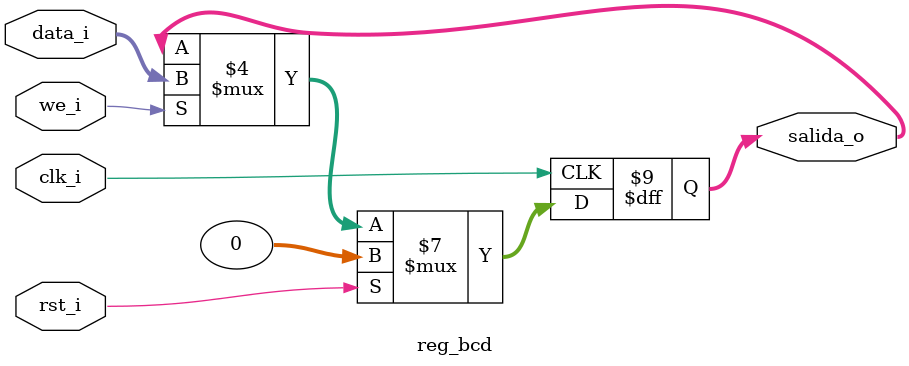
<source format=sv>
`timescale 1ns / 1ps


module reg_bcd(
    input  logic             clk_i,
    input  logic             rst_i,
    input  logic             we_i,
    input  logic [ 31 : 0 ]  data_i,
    output logic [ 31 : 0 ]  salida_o);
    
    logic  rst;
    assign rst = ~rst_i;
    
    
    always_ff @(posedge clk_i) begin
        if      (!rst) salida_o <= 32'b0;
        
        else if (we_i) salida_o <= data_i;
    end
    
    
    
    
endmodule

</source>
